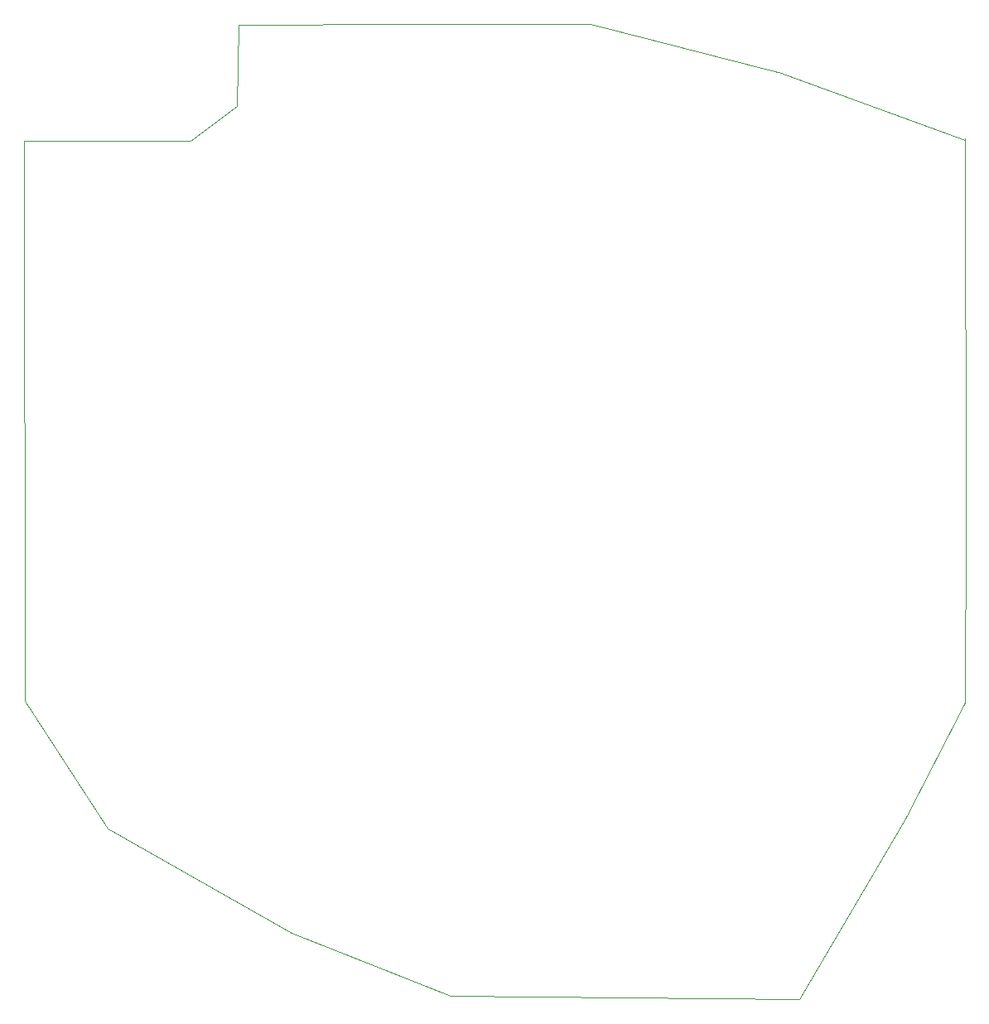
<source format=gbr>
%TF.GenerationSoftware,KiCad,Pcbnew,7.0.8-7.0.8~ubuntu22.04.1*%
%TF.CreationDate,2023-10-30T21:17:08+03:00*%
%TF.ProjectId,Keeb,4b656562-2e6b-4696-9361-645f70636258,rev?*%
%TF.SameCoordinates,Original*%
%TF.FileFunction,Profile,NP*%
%FSLAX46Y46*%
G04 Gerber Fmt 4.6, Leading zero omitted, Abs format (unit mm)*
G04 Created by KiCad (PCBNEW 7.0.8-7.0.8~ubuntu22.04.1) date 2023-10-30 21:17:08*
%MOMM*%
%LPD*%
G01*
G04 APERTURE LIST*
%TA.AperFunction,Profile*%
%ADD10C,0.050000*%
%TD*%
G04 APERTURE END LIST*
D10*
X178930000Y-38860000D02*
X179000000Y-38860000D01*
X198000000Y-45820000D01*
X198070000Y-45630000D01*
X198100000Y-84360000D01*
X198050000Y-103280000D01*
X191900000Y-115092944D01*
X181130000Y-133600000D01*
X145440000Y-133270000D01*
X129220000Y-126780000D01*
X110430000Y-116120000D01*
X101900000Y-103092944D01*
X101830000Y-45872944D01*
X118830000Y-45872944D01*
X123650000Y-42292944D01*
X123810000Y-33980000D01*
X140760000Y-33962944D01*
X159760000Y-33962944D01*
X178930000Y-38860000D01*
M02*

</source>
